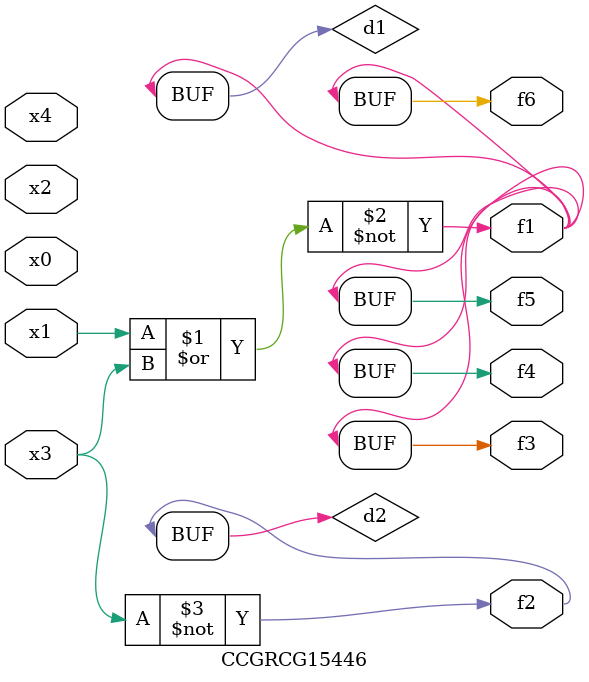
<source format=v>
module CCGRCG15446(
	input x0, x1, x2, x3, x4,
	output f1, f2, f3, f4, f5, f6
);

	wire d1, d2;

	nor (d1, x1, x3);
	not (d2, x3);
	assign f1 = d1;
	assign f2 = d2;
	assign f3 = d1;
	assign f4 = d1;
	assign f5 = d1;
	assign f6 = d1;
endmodule

</source>
